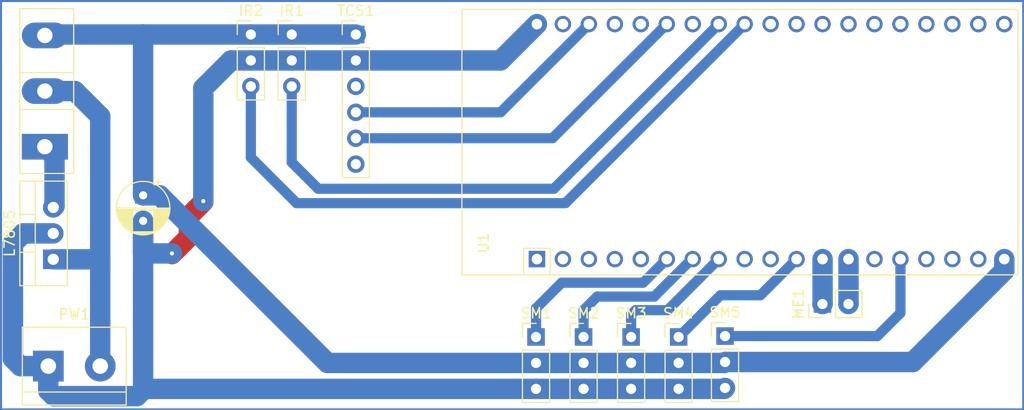
<source format=kicad_pcb>
(kicad_pcb (version 20221018) (generator pcbnew)
  (layers (0 "F.Cu" signal) (31 "B.Cu" signal) (34 "B.Paste" user) (35 "F.Paste" user) (36 "B.SilkS" user "B.Silkscreen") (37 "F.SilkS" user "F.Silkscreen") (38 "B.Mask" user) (39 "F.Mask" user) (44 "Edge.Cuts" user))
  (net 0 "")
  (net 1 "Net-(IR1-Pin_2)")
  (net 2 "Net-(IR1-Pin_3)")
  (net 3 "Net-(IR2-Pin_3)")
  (net 4 "Net-(L7805-OUT)")
  (net 5 "Net-(SM1-Pin_1)")
  (net 6 "Net-(SM2-Pin_1)")
  (net 7 "Net-(SM3-Pin_1)")
  (net 8 "Net-(SM4-Pin_1)")
  (net 9 "Net-(SM5-Pin_1)")
  (net 11 "Net-(TCS1-Pin_4)")
  (net 12 "Net-(TCS1-Pin_5)")
  (net 14 "Net-(IR1-Pin_1)")
  (net 15 "Net-(L7805-IN)")
  (net 16 "Net-(ME1-Pin_1)")
  (net 17 "Net-(ME1-Pin_2)")
  (footprint "TerminalBlock:TerminalBlock_bornier-2_P5.08mm" (layer "F.Cu") (at 158.335 114.94)
    (fp_text reference "PW1" (at 2.54 -5.08) (layer "F.SilkS"))
    (fp_text value "Screw_Terminal_01x02" hide)
    (fp_line (start -2.54 -3.81) (end -2.54 3.81) (stroke (width 0.12)) (layer "F.SilkS"))
    (fp_line (start -2.54 3.81) (end 7.62 3.81) (stroke (width 0.12)) (layer "F.SilkS"))
    (fp_line (start 7.62 -3.81) (end -2.54 -3.81) (stroke (width 0.12)) (layer "F.SilkS"))
    (fp_line (start 7.62 2.54) (end -2.54 2.54) (stroke (width 0.12)) (layer "F.SilkS"))
    (fp_line (start 7.62 3.81) (end 7.62 -3.81) (stroke (width 0.12)) (layer "F.SilkS"))
    (pad "1" thru_hole rect (at 0 0) (size 3 3) (drill 1.52) (layers "*.Cu" "*.Mask") (net 1 "Net-(IR1-Pin_2)"))
    (pad "2" thru_hole circle (at 5.08 0) (size 3 3) (drill 1.52) (layers "*.Cu" "*.Mask") (net 15 "Net-(L7805-IN)"))
  )
  (footprint "Module1:ESP32-DEVKITC-32D" (layer "F.Cu") (at 206.14 104.7005 90)
    (fp_text reference "U1" (at 1.820025 -5.234045 90) (layer "F.SilkS"))
    (fp_text value "ESP32-DEVKITC-32D")
    (fp_line (start -1.3 -7.34) (end 24.701 -7.34) (stroke (width 0.12)) (layer "F.SilkS"))
    (fp_line (start -1.3 -1.3) (end 1.3 -1.3) (stroke (width 0.12)) (layer "F.SilkS"))
    (fp_line (start -1.3 47.06) (end -1.3 -7.34) (stroke (width 0.12)) (layer "F.SilkS"))
    (fp_line (start 1.3 -1.3) (end 1.3 1.3) (stroke (width 0.12)) (layer "F.SilkS"))
    (fp_line (start 1.3 1.3) (end -1.3 1.3) (stroke (width 0.12)) (layer "F.SilkS"))
    (fp_line (start 24.701 -7.34) (end 24.701 47.06) (stroke (width 0.12)) (layer "F.SilkS"))
    (fp_line (start 24.701 47.06) (end -1.3 47.06) (stroke (width 0.12)) (layer "F.SilkS"))
    (pad "1" thru_hole rect (at 0.241 0 90) (size 1.6 1.6) (drill 1.04) (layers "*.Cu" "*.Mask"))
    (pad "2" thru_hole circle (at 0.241 2.54 90) (size 1.6 1.6) (drill 1.04) (layers "*.Cu" "*.Mask"))
    (pad "3" thru_hole circle (at 0.241 5.08 90) (size 1.6 1.6) (drill 1.04) (layers "*.Cu" "*.Mask"))
    (pad "4" thru_hole circle (at 0.241 7.62 90) (size 1.6 1.6) (drill 1.04) (layers "*.Cu" "*.Mask"))
    (pad "5" thru_hole circle (at 0.241 10.16 90) (size 1.6 1.6) (drill 1.04) (layers "*.Cu" "*.Mask"))
    (pad "6" thru_hole circle (at 0.241 12.7 90) (size 1.6 1.6) (drill 1.04) (layers "*.Cu" "*.Mask") (net 5 "Net-(SM1-Pin_1)"))
    (pad "7" thru_hole circle (at 0.241 15.24 90) (size 1.6 1.6) (drill 1.04) (layers "*.Cu" "*.Mask") (net 6 "Net-(SM2-Pin_1)"))
    (pad "8" thru_hole circle (at 0.241 17.78 90) (size 1.6 1.6) (drill 1.04) (layers "*.Cu" "*.Mask") (net 7 "Net-(SM3-Pin_1)"))
    (pad "9" thru_hole circle (at 0.241 20.32 90) (size 1.6 1.6) (drill 1.04) (layers "*.Cu" "*.Mask"))
    (pad "10" thru_hole circle (at 0.241 22.86 90) (size 1.6 1.6) (drill 1.04) (layers "*.Cu" "*.Mask"))
    (pad "11" thru_hole circle (at 0.241 25.4 90) (size 1.6 1.6) (drill 1.04) (layers "*.Cu" "*.Mask") (net 8 "Net-(SM4-Pin_1)"))
    (pad "12" thru_hole circle (at 0.241 27.94 90) (size 1.6 1.6) (drill 1.04) (layers "*.Cu" "*.Mask") (net 16 "Net-(ME1-Pin_1)"))
    (pad "13" thru_hole circle (at 0.241 30.48 90) (size 1.6 1.6) (drill 1.04) (layers "*.Cu" "*.Mask") (net 17 "Net-(ME1-Pin_2)"))
    (pad "14" thru_hole circle (at 0.241 33.02 90) (size 1.6 1.6) (drill 1.04) (layers "*.Cu" "*.Mask") (net 1 "Net-(IR1-Pin_2)"))
    (pad "15" thru_hole circle (at 0.241 35.56 90) (size 1.6 1.6) (drill 1.04) (layers "*.Cu" "*.Mask") (net 9 "Net-(SM5-Pin_1)"))
    (pad "16" thru_hole circle (at 0.241 38.1 90) (size 1.6 1.6) (drill 1.04) (layers "*.Cu" "*.Mask"))
    (pad "17" thru_hole circle (at 0.241 40.64 90) (size 1.6 1.6) (drill 1.04) (layers "*.Cu" "*.Mask"))
    (pad "18" thru_hole circle (at 0.241 43.18 90) (size 1.6 1.6) (drill 1.04) (layers "*.Cu" "*.Mask"))
    (pad "19" thru_hole circle (at 0.241 45.72 90) (size 1.6 1.6) (drill 1.04) (layers "*.Cu" "*.Mask") (net 14 "Net-(IR1-Pin_1)"))
    (pad "20" thru_hole circle (at 23.26 0 90) (size 1.6 1.6) (drill 1.04) (layers "*.Cu" "*.Mask") (net 1 "Net-(IR1-Pin_2)"))
    (pad "21" thru_hole circle (at 23.26 2.54 90) (size 1.6 1.6) (drill 1.04) (layers "*.Cu" "*.Mask"))
    (pad "22" thru_hole circle (at 23.26 5.08 90) (size 1.6 1.6) (drill 1.04) (layers "*.Cu" "*.Mask") (net 11 "Net-(TCS1-Pin_4)"))
    (pad "23" thru_hole circle (at 23.26 7.62 90) (size 1.6 1.6) (drill 1.04) (layers "*.Cu" "*.Mask"))
    (pad "24" thru_hole circle (at 23.26 10.16 90) (size 1.6 1.6) (drill 1.04) (layers "*.Cu" "*.Mask"))
    (pad "25" thru_hole circle (at 23.26 12.7 90) (size 1.6 1.6) (drill 1.04) (layers "*.Cu" "*.Mask") (net 12 "Net-(TCS1-Pin_5)"))
    (pad "26" thru_hole circle (at 23.26 15.24 90) (size 1.6 1.6) (drill 1.04) (layers "*.Cu" "*.Mask") (net 1 "Net-(IR1-Pin_2)"))
    (pad "27" thru_hole circle (at 23.26 17.78 90) (size 1.6 1.6) (drill 1.04) (layers "*.Cu" "*.Mask") (net 2 "Net-(IR1-Pin_3)"))
    (pad "28" thru_hole circle (at 23.26 20.32 90) (size 1.6 1.6) (drill 1.04) (layers "*.Cu" "*.Mask") (net 3 "Net-(IR2-Pin_3)"))
    (pad "29" thru_hole circle (at 23.26 22.86 90) (size 1.6 1.6) (drill 1.04) (layers "*.Cu" "*.Mask"))
    (pad "30" thru_hole circle (at 23.26 25.4 90) (size 1.6 1.6) (drill 1.04) (layers "*.Cu" "*.Mask"))
    (pad "31" thru_hole circle (at 23.26 27.94 90) (size 1.6 1.6) (drill 1.04) (layers "*.Cu" "*.Mask"))
    (pad "32" thru_hole circle (at 23.26 30.48 90) (size 1.6 1.6) (drill 1.04) (layers "*.Cu" "*.Mask"))
    (pad "33" thru_hole circle (at 23.26 33.02 90) (size 1.6 1.6) (drill 1.04) (layers "*.Cu" "*.Mask"))
    (pad "34" thru_hole circle (at 23.26 35.56 90) (size 1.6 1.6) (drill 1.04) (layers "*.Cu" "*.Mask"))
    (pad "35" thru_hole circle (at 23.26 38.1 90) (size 1.6 1.6) (drill 1.04) (layers "*.Cu" "*.Mask"))
    (pad "36" thru_hole circle (at 23.26 40.64 90) (size 1.6 1.6) (drill 1.04) (layers "*.Cu" "*.Mask"))
    (pad "37" thru_hole circle (at 23.26 43.18 90) (size 1.6 1.6) (drill 1.04) (layers "*.Cu" "*.Mask"))
    (pad "38" thru_hole circle (at 23.26 45.72 90) (size 1.6 1.6) (drill 1.04) (layers "*.Cu" "*.Mask"))
  )
  (footprint "Connector_PinHeader_2.54mm:PinHeader_1x03_P2.54mm_Vertical" (layer "F.Cu") (at 182.15 82.46)
    (fp_text reference "IR1" (at 0 -2.33) (layer "F.SilkS"))
    (fp_text value "Conn_01x03_Pin" hide)
    (fp_line (start -1.33 -1.33) (end 0 -1.33) (stroke (width 0.12)) (layer "F.SilkS"))
    (fp_line (start -1.33 0) (end -1.33 -1.33) (stroke (width 0.12)) (layer "F.SilkS"))
    (fp_line (start -1.33 1.27) (end -1.33 6.41) (stroke (width 0.12)) (layer "F.SilkS"))
    (fp_line (start -1.33 1.27) (end 1.33 1.27) (stroke (width 0.12)) (layer "F.SilkS"))
    (fp_line (start -1.33 6.41) (end 1.33 6.41) (stroke (width 0.12)) (layer "F.SilkS"))
    (fp_line (start 1.33 1.27) (end 1.33 6.41) (stroke (width 0.12)) (layer "F.SilkS"))
    (pad "1" thru_hole rect (at 0 0) (size 1.7 1.7) (drill 1) (layers "*.Cu" "*.Mask") (net 14 "Net-(IR1-Pin_1)"))
    (pad "2" thru_hole oval (at 0 2.54) (size 1.7 1.7) (drill 1) (layers "*.Cu" "*.Mask") (net 1 "Net-(IR1-Pin_2)"))
    (pad "3" thru_hole oval (at 0 5.08) (size 1.7 1.7) (drill 1) (layers "*.Cu" "*.Mask") (net 2 "Net-(IR1-Pin_3)"))
  )
  (footprint "Connector_PinHeader_2.54mm:PinHeader_1x06_P2.54mm_Vertical" (layer "F.Cu") (at 188.42 82.46)
    (fp_text reference "TCS1" (at 0 -2.33) (layer "F.SilkS"))
    (fp_text value "Conn_01x06_Pin" hide)
    (fp_line (start -1.33 -1.33) (end 0 -1.33) (stroke (width 0.12)) (layer "F.SilkS"))
    (fp_line (start -1.33 0) (end -1.33 -1.33) (stroke (width 0.12)) (layer "F.SilkS"))
    (fp_line (start -1.33 1.27) (end -1.33 14.03) (stroke (width 0.12)) (layer "F.SilkS"))
    (fp_line (start -1.33 1.27) (end 1.33 1.27) (stroke (width 0.12)) (layer "F.SilkS"))
    (fp_line (start -1.33 14.03) (end 1.33 14.03) (stroke (width 0.12)) (layer "F.SilkS"))
    (fp_line (start 1.33 1.27) (end 1.33 14.03) (stroke (width 0.12)) (layer "F.SilkS"))
    (pad "1" thru_hole rect (at 0 0) (size 1.7 1.7) (drill 1) (layers "*.Cu" "*.Mask") (net 14 "Net-(IR1-Pin_1)"))
    (pad "2" thru_hole oval (at 0 2.54) (size 1.7 1.7) (drill 1) (layers "*.Cu" "*.Mask") (net 1 "Net-(IR1-Pin_2)"))
    (pad "3" thru_hole oval (at 0 5.08) (size 1.7 1.7) (drill 1) (layers "*.Cu" "*.Mask"))
    (pad "4" thru_hole oval (at 0 7.62) (size 1.7 1.7) (drill 1) (layers "*.Cu" "*.Mask") (net 11 "Net-(TCS1-Pin_4)"))
    (pad "5" thru_hole oval (at 0 10.16) (size 1.7 1.7) (drill 1) (layers "*.Cu" "*.Mask") (net 12 "Net-(TCS1-Pin_5)"))
    (pad "6" thru_hole oval (at 0 12.7) (size 1.7 1.7) (drill 1) (layers "*.Cu" "*.Mask"))
  )
  (footprint "Connector_PinHeader_2.54mm:PinHeader_1x03_P2.54mm_Vertical" (layer "F.Cu") (at 178.15 82.46)
    (fp_text reference "IR2" (at 0 -2.33) (layer "F.SilkS"))
    (fp_text value "Conn_01x03_Pin" hide)
    (fp_line (start -1.33 -1.33) (end 0 -1.33) (stroke (width 0.12)) (layer "F.SilkS"))
    (fp_line (start -1.33 0) (end -1.33 -1.33) (stroke (width 0.12)) (layer "F.SilkS"))
    (fp_line (start -1.33 1.27) (end -1.33 6.41) (stroke (width 0.12)) (layer "F.SilkS"))
    (fp_line (start -1.33 1.27) (end 1.33 1.27) (stroke (width 0.12)) (layer "F.SilkS"))
    (fp_line (start -1.33 6.41) (end 1.33 6.41) (stroke (width 0.12)) (layer "F.SilkS"))
    (fp_line (start 1.33 1.27) (end 1.33 6.41) (stroke (width 0.12)) (layer "F.SilkS"))
    (pad "1" thru_hole rect (at 0 0) (size 1.7 1.7) (drill 1) (layers "*.Cu" "*.Mask") (net 14 "Net-(IR1-Pin_1)"))
    (pad "2" thru_hole oval (at 0 2.54) (size 1.7 1.7) (drill 1) (layers "*.Cu" "*.Mask") (net 1 "Net-(IR1-Pin_2)"))
    (pad "3" thru_hole oval (at 0 5.08) (size 1.7 1.7) (drill 1) (layers "*.Cu" "*.Mask") (net 3 "Net-(IR2-Pin_3)"))
  )
  (footprint "Connector_PinHeader_2.54mm:PinHeader_1x03_P2.54mm_Vertical" (layer "F.Cu") (at 210.7 112.09)
    (fp_text reference "SM2" (at 0 -2.33) (layer "F.SilkS"))
    (fp_text value "Conn_01x03_Pin" hide)
    (fp_line (start -1.33 -1.33) (end 0 -1.33) (stroke (width 0.12)) (layer "F.SilkS"))
    (fp_line (start -1.33 0) (end -1.33 -1.33) (stroke (width 0.12)) (layer "F.SilkS"))
    (fp_line (start -1.33 1.27) (end -1.33 6.41) (stroke (width 0.12)) (layer "F.SilkS"))
    (fp_line (start -1.33 1.27) (end 1.33 1.27) (stroke (width 0.12)) (layer "F.SilkS"))
    (fp_line (start -1.33 6.41) (end 1.33 6.41) (stroke (width 0.12)) (layer "F.SilkS"))
    (fp_line (start 1.33 1.27) (end 1.33 6.41) (stroke (width 0.12)) (layer "F.SilkS"))
    (pad "1" thru_hole rect (at 0 0) (size 1.7 1.7) (drill 1) (layers "*.Cu" "*.Mask") (net 6 "Net-(SM2-Pin_1)"))
    (pad "2" thru_hole oval (at 0 2.54) (size 1.7 1.7) (drill 1) (layers "*.Cu" "*.Mask") (net 14 "Net-(IR1-Pin_1)"))
    (pad "3" thru_hole oval (at 0 5.08) (size 1.7 1.7) (drill 1) (layers "*.Cu" "*.Mask") (net 1 "Net-(IR1-Pin_2)"))
  )
  (footprint "Capacitor_THT:CP_Radial_D5.0mm_P2.50mm" (layer "F.Cu") (at 167.61 98.214888 -90)
    (fp_text reference "C1" hide)
    (fp_text value "C_Polarized" hide)
    (fp_line (start -1.554775 -1.475) (end -1.054775 -1.475) (stroke (width 0.12)) (layer "F.SilkS"))
    (fp_line (start -1.304775 -1.725) (end -1.304775 -1.225) (stroke (width 0.12)) (layer "F.SilkS"))
    (fp_line (start 1.25 -2.58) (end 1.25 2.58) (stroke (width 0.12)) (layer "F.SilkS"))
    (fp_line (start 1.29 -2.58) (end 1.29 2.58) (stroke (width 0.12)) (layer "F.SilkS"))
    (fp_line (start 1.33 -2.579) (end 1.33 2.579) (stroke (width 0.12)) (layer "F.SilkS"))
    (fp_line (start 1.37 -2.578) (end 1.37 2.578) (stroke (width 0.12)) (layer "F.SilkS"))
    (fp_line (start 1.41 -2.576) (end 1.41 2.576) (stroke (width 0.12)) (layer "F.SilkS"))
    (fp_line (start 1.45 -2.573) (end 1.45 2.573) (stroke (width 0.12)) (layer "F.SilkS"))
    (fp_line (start 1.49 -2.569) (end 1.49 -1.04) (stroke (width 0.12)) (layer "F.SilkS"))
    (fp_line (start 1.49 1.04) (end 1.49 2.569) (stroke (width 0.12)) (layer "F.SilkS"))
    (fp_line (start 1.53 -2.565) (end 1.53 -1.04) (stroke (width 0.12)) (layer "F.SilkS"))
    (fp_line (start 1.53 1.04) (end 1.53 2.565) (stroke (width 0.12)) (layer "F.SilkS"))
    (fp_line (start 1.57 -2.561) (end 1.57 -1.04) (stroke (width 0.12)) (layer "F.SilkS"))
    (fp_line (start 1.57 1.04) (end 1.57 2.561) (stroke (width 0.12)) (layer "F.SilkS"))
    (fp_line (start 1.61 -2.556) (end 1.61 -1.04) (stroke (width 0.12)) (layer "F.SilkS"))
    (fp_line (start 1.61 1.04) (end 1.61 2.556) (stroke (width 0.12)) (layer "F.SilkS"))
    (fp_line (start 1.65 -2.55) (end 1.65 -1.04) (stroke (width 0.12)) (layer "F.SilkS"))
    (fp_line (start 1.65 1.04) (end 1.65 2.55) (stroke (width 0.12)) (layer "F.SilkS"))
    (fp_line (start 1.69 -2.543) (end 1.69 -1.04) (stroke (width 0.12)) (layer "F.SilkS"))
    (fp_line (start 1.69 1.04) (end 1.69 2.543) (stroke (width 0.12)) (layer "F.SilkS"))
    (fp_line (start 1.73 -2.536) (end 1.73 -1.04) (stroke (width 0.12)) (layer "F.SilkS"))
    (fp_line (start 1.73 1.04) (end 1.73 2.536) (stroke (width 0.12)) (layer "F.SilkS"))
    (fp_line (start 1.77 -2.528) (end 1.77 -1.04) (stroke (width 0.12)) (layer "F.SilkS"))
    (fp_line (start 1.77 1.04) (end 1.77 2.528) (stroke (width 0.12)) (layer "F.SilkS"))
    (fp_line (start 1.81 -2.52) (end 1.81 -1.04) (stroke (width 0.12)) (layer "F.SilkS"))
    (fp_line (start 1.81 1.04) (end 1.81 2.52) (stroke (width 0.12)) (layer "F.SilkS"))
    (fp_line (start 1.85 -2.511) (end 1.85 -1.04) (stroke (width 0.12)) (layer "F.SilkS"))
    (fp_line (start 1.85 1.04) (end 1.85 2.511) (stroke (width 0.12)) (layer "F.SilkS"))
    (fp_line (start 1.89 -2.501) (end 1.89 -1.04) (stroke (width 0.12)) (layer "F.SilkS"))
    (fp_line (start 1.89 1.04) (end 1.89 2.501) (stroke (width 0.12)) (layer "F.SilkS"))
    (fp_line (start 1.93 -2.491) (end 1.93 -1.04) (stroke (width 0.12)) (layer "F.SilkS"))
    (fp_line (start 1.93 1.04) (end 1.93 2.491) (stroke (width 0.12)) (layer "F.SilkS"))
    (fp_line (start 1.971 -2.48) (end 1.971 -1.04) (stroke (width 0.12)) (layer "F.SilkS"))
    (fp_line (start 1.971 1.04) (end 1.971 2.48) (stroke (width 0.12)) (layer "F.SilkS"))
    (fp_line (start 2.011 -2.468) (end 2.011 -1.04) (stroke (width 0.12)) (layer "F.SilkS"))
    (fp_line (start 2.011 1.04) (end 2.011 2.468) (stroke (width 0.12)) (layer "F.SilkS"))
    (fp_line (start 2.051 -2.455) (end 2.051 -1.04) (stroke (width 0.12)) (layer "F.SilkS"))
    (fp_line (start 2.051 1.04) (end 2.051 2.455) (stroke (width 0.12)) (layer "F.SilkS"))
    (fp_line (start 2.091 -2.442) (end 2.091 -1.04) (stroke (width 0.12)) (layer "F.SilkS"))
    (fp_line (start 2.091 1.04) (end 2.091 2.442) (stroke (width 0.12)) (layer "F.SilkS"))
    (fp_line (start 2.131 -2.428) (end 2.131 -1.04) (stroke (width 0.12)) (layer "F.SilkS"))
    (fp_line (start 2.131 1.04) (end 2.131 2.428) (stroke (width 0.12)) (layer "F.SilkS"))
    (fp_line (start 2.171 -2.414) (end 2.171 -1.04) (stroke (width 0.12)) (layer "F.SilkS"))
    (fp_line (start 2.171 1.04) (end 2.171 2.414) (stroke (width 0.12)) (layer "F.SilkS"))
    (fp_line (start 2.211 -2.398) (end 2.211 -1.04) (stroke (width 0.12)) (layer "F.SilkS"))
    (fp_line (start 2.211 1.04) (end 2.211 2.398) (stroke (width 0.12)) (layer "F.SilkS"))
    (fp_line (start 2.251 -2.382) (end 2.251 -1.04) (stroke (width 0.12)) (layer "F.SilkS"))
    (fp_line (start 2.251 1.04) (end 2.251 2.382) (stroke (width 0.12)) (layer "F.SilkS"))
    (fp_line (start 2.291 -2.365) (end 2.291 -1.04) (stroke (width 0.12)) (layer "F.SilkS"))
    (fp_line (start 2.291 1.04) (end 2.291 2.365) (stroke (width 0.12)) (layer "F.SilkS"))
    (fp_line (start 2.331 -2.348) (end 2.331 -1.04) (stroke (width 0.12)) (layer "F.SilkS"))
    (fp_line (start 2.331 1.04) (end 2.331 2.348) (stroke (width 0.12)) (layer "F.SilkS"))
    (fp_line (start 2.371 -2.329) (end 2.371 -1.04) (stroke (width 0.12)) (layer "F.SilkS"))
    (fp_line (start 2.371 1.04) (end 2.371 2.329) (stroke (width 0.12)) (layer "F.SilkS"))
    (fp_line (start 2.411 -2.31) (end 2.411 -1.04) (stroke (width 0.12)) (layer "F.SilkS"))
    (fp_line (start 2.411 1.04) (end 2.411 2.31) (stroke (width 0.12)) (layer "F.SilkS"))
    (fp_line (start 2.451 -2.29) (end 2.451 -1.04) (stroke (width 0.12)) (layer "F.SilkS"))
    (fp_line (start 2.451 1.04) (end 2.451 2.29) (stroke (width 0.12)) (layer "F.SilkS"))
    (fp_line (start 2.491 -2.268) (end 2.491 -1.04) (stroke (width 0.12)) (layer "F.SilkS"))
    (fp_line (start 2.491 1.04) (end 2.491 2.268) (stroke (width 0.12)) (layer "F.SilkS"))
    (fp_line (start 2.531 -2.247) (end 2.531 -1.04) (stroke (width 0.12)) (layer "F.SilkS"))
    (fp_line (start 2.531 1.04) (end 2.531 2.247) (stroke (width 0.12)) (layer "F.SilkS"))
    (fp_line (start 2.571 -2.224) (end 2.571 -1.04) (stroke (width 0.12)) (layer "F.SilkS"))
    (fp_line (start 2.571 1.04) (end 2.571 2.224) (stroke (width 0.12)) (layer "F.SilkS"))
    (fp_line (start 2.611 -2.2) (end 2.611 -1.04) (stroke (width 0.12)) (layer "F.SilkS"))
    (fp_line (start 2.611 1.04) (end 2.611 2.2) (stroke (width 0.12)) (layer "F.SilkS"))
    (fp_line (start 2.651 -2.175) (end 2.651 -1.04) (stroke (width 0.12)) (layer "F.SilkS"))
    (fp_line (start 2.651 1.04) (end 2.651 2.175) (stroke (width 0.12)) (layer "F.SilkS"))
    (fp_line (start 2.691 -2.149) (end 2.691 -1.04) (stroke (width 0.12)) (layer "F.SilkS"))
    (fp_line (start 2.691 1.04) (end 2.691 2.149) (stroke (width 0.12)) (layer "F.SilkS"))
    (fp_line (start 2.731 -2.122) (end 2.731 -1.04) (stroke (width 0.12)) (layer "F.SilkS"))
    (fp_line (start 2.731 1.04) (end 2.731 2.122) (stroke (width 0.12)) (layer "F.SilkS"))
    (fp_line (start 2.771 -2.095) (end 2.771 -1.04) (stroke (width 0.12)) (layer "F.SilkS"))
    (fp_line (start 2.771 1.04) (end 2.771 2.095) (stroke (width 0.12)) (layer "F.SilkS"))
    (fp_line (start 2.811 -2.065) (end 2.811 -1.04) (stroke (width 0.12)) (layer "F.SilkS"))
    (fp_line (start 2.811 1.04) (end 2.811 2.065) (stroke (width 0.12)) (layer "F.SilkS"))
    (fp_line (start 2.851 -2.035) (end 2.851 -1.04) (stroke (width 0.12)) (layer "F.SilkS"))
    (fp_line (start 2.851 1.04) (end 2.851 2.035) (stroke (width 0.12)) (layer "F.SilkS"))
    (fp_line (start 2.891 -2.004) (end 2.891 -1.04) (stroke (width 0.12)) (layer "F.SilkS"))
    (fp_line (start 2.891 1.04) (end 2.891 2.004) (stroke (width 0.12)) (layer "F.SilkS"))
    (fp_line (start 2.931 -1.971) (end 2.931 -1.04) (stroke (width 0.12)) (layer "F.SilkS"))
    (fp_line (start 2.931 1.04) (end 2.931 1.971) (stroke (width 0.12)) (layer "F.SilkS"))
    (fp_line (start 2.971 -1.937) (end 2.971 -1.04) (stroke (width 0.12)) (layer "F.SilkS"))
    (fp_line (start 2.971 1.04) (end 2.971 1.937) (stroke (width 0.12)) (layer "F.SilkS"))
    (fp_line (start 3.011 -1.901) (end 3.011 -1.04) (stroke (width 0.12)) (layer "F.SilkS"))
    (fp_line (start 3.011 1.04) (end 3.011 1.901) (stroke (width 0.12)) (layer "F.SilkS"))
    (fp_line (start 3.051 -1.864) (end 3.051 -1.04) (stroke (width 0.12)) (layer "F.SilkS"))
    (fp_line (start 3.051 1.04) (end 3.051 1.864) (stroke (width 0.12)) (layer "F.SilkS"))
    (fp_line (start 3.091 -1.826) (end 3.091 -1.04) (stroke (width 0.12)) (layer "F.SilkS"))
    (fp_line (start 3.091 1.04) (end 3.091 1.826) (stroke (width 0.12)) (layer "F.SilkS"))
    (fp_line (start 3.131 -1.785) (end 3.131 -1.04) (stroke (width 0.12)) (layer "F.SilkS"))
    (fp_line (start 3.131 1.04) (end 3.131 1.785) (stroke (width 0.12)) (layer "F.SilkS"))
    (fp_line (start 3.171 -1.743) (end 3.171 -1.04) (stroke (width 0.12)) (layer "F.SilkS"))
    (fp_line (start 3.171 1.04) (end 3.171 1.743) (stroke (width 0.12)) (layer "F.SilkS"))
    (fp_line (start 3.211 -1.699) (end 3.211 -1.04) (stroke (width 0.12)) (layer "F.SilkS"))
    (fp_line (start 3.211 1.04) (end 3.211 1.699) (stroke (width 0.12)) (layer "F.SilkS"))
    (fp_line (start 3.251 -1.653) (end 3.251 -1.04) (stroke (width 0.12)) (layer "F.SilkS"))
    (fp_line (start 3.251 1.04) (end 3.251 1.653) (stroke (width 0.12)) (layer "F.SilkS"))
    (fp_line (start 3.291 -1.605) (end 3.291 -1.04) (stroke (width 0.12)) (layer "F.SilkS"))
    (fp_line (start 3.291 1.04) (end 3.291 1.605) (stroke (width 0.12)) (layer "F.SilkS"))
    (fp_line (start 3.331 -1.554) (end 3.331 -1.04) (stroke (width 0.12)) (layer "F.SilkS"))
    (fp_line (start 3.331 1.04) (end 3.331 1.554) (stroke (width 0.12)) (layer "F.SilkS"))
    (fp_line (start 3.371 -1.5) (end 3.371 -1.04) (stroke (width 0.12)) (layer "F.SilkS"))
    (fp_line (start 3.371 1.04) (end 3.371 1.5) (stroke (width 0.12)) (layer "F.SilkS"))
    (fp_line (start 3.411 -1.443) (end 3.411 -1.04) (stroke (width 0.12)) (layer "F.SilkS"))
    (fp_line (start 3.411 1.04) (end 3.411 1.443) (stroke (width 0.12)) (layer "F.SilkS"))
    (fp_line (start 3.451 -1.383) (end 3.451 -1.04) (stroke (width 0.12)) (layer "F.SilkS"))
    (fp_line (start 3.451 1.04) (end 3.451 1.383) (stroke (width 0.12)) (layer "F.SilkS"))
    (fp_line (start 3.491 -1.319) (end 3.491 -1.04) (stroke (width 0.12)) (layer "F.SilkS"))
    (fp_line (start 3.491 1.04) (end 3.491 1.319) (stroke (width 0.12)) (layer "F.SilkS"))
    (fp_line (start 3.531 -1.251) (end 3.531 -1.04) (stroke (width 0.12)) (layer "F.SilkS"))
    (fp_line (start 3.531 1.04) (end 3.531 1.251) (stroke (width 0.12)) (layer "F.SilkS"))
    (fp_line (start 3.571 -1.178) (end 3.571 1.178) (stroke (width 0.12)) (layer "F.SilkS"))
    (fp_line (start 3.611 -1.098) (end 3.611 1.098) (stroke (width 0.12)) (layer "F.SilkS"))
    (fp_line (start 3.651 -1.011) (end 3.651 1.011) (stroke (width 0.12)) (layer "F.SilkS"))
    (fp_line (start 3.691 -0.915) (end 3.691 0.915) (stroke (width 0.12)) (layer "F.SilkS"))
    (fp_line (start 3.731 -0.805) (end 3.731 0.805) (stroke (width 0.12)) (layer "F.SilkS"))
    (fp_line (start 3.771 -0.677) (end 3.771 0.677) (stroke (width 0.12)) (layer "F.SilkS"))
    (fp_line (start 3.811 -0.518) (end 3.811 0.518) (stroke (width 0.12)) (layer "F.SilkS"))
    (fp_line (start 3.851 -0.284) (end 3.851 0.284) (stroke (width 0.12)) (layer "F.SilkS"))
    (fp_circle (center 1.25 0) (end 3.87 0) (stroke (width 0.12)) (fill none) (layer "F.SilkS"))
    (pad "1" thru_hole rect (at 0 0 270) (size 1.6 1.6) (drill 0.8) (layers "*.Cu" "*.Mask") (net 14 "Net-(IR1-Pin_1)"))
    (pad "2" thru_hole circle (at 2.5 0 270) (size 1.6 1.6) (drill 0.8) (layers "*.Cu" "*.Mask") (net 1 "Net-(IR1-Pin_2)"))
  )
  (footprint "Connector_PinHeader_2.54mm:PinHeader_1x03_P2.54mm_Vertical" (layer "F.Cu") (at 215.35 112.09)
    (fp_text reference "SM3" (at 0 -2.33) (layer "F.SilkS"))
    (fp_text value "Conn_01x03_Pin" hide)
    (fp_line (start -1.33 -1.33) (end 0 -1.33) (stroke (width 0.12)) (layer "F.SilkS"))
    (fp_line (start -1.33 0) (end -1.33 -1.33) (stroke (width 0.12)) (layer "F.SilkS"))
    (fp_line (start -1.33 1.27) (end -1.33 6.41) (stroke (width 0.12)) (layer "F.SilkS"))
    (fp_line (start -1.33 1.27) (end 1.33 1.27) (stroke (width 0.12)) (layer "F.SilkS"))
    (fp_line (start -1.33 6.41) (end 1.33 6.41) (stroke (width 0.12)) (layer "F.SilkS"))
    (fp_line (start 1.33 1.27) (end 1.33 6.41) (stroke (width 0.12)) (layer "F.SilkS"))
    (pad "1" thru_hole rect (at 0 0) (size 1.7 1.7) (drill 1) (layers "*.Cu" "*.Mask") (net 7 "Net-(SM3-Pin_1)"))
    (pad "2" thru_hole oval (at 0 2.54) (size 1.7 1.7) (drill 1) (layers "*.Cu" "*.Mask") (net 14 "Net-(IR1-Pin_1)"))
    (pad "3" thru_hole oval (at 0 5.08) (size 1.7 1.7) (drill 1) (layers "*.Cu" "*.Mask") (net 1 "Net-(IR1-Pin_2)"))
  )
  (footprint "Connector_PinHeader_2.54mm:PinHeader_1x03_P2.54mm_Vertical" (layer "F.Cu") (at 206.05 112.09)
    (fp_text reference "SM1" (at 0 -2.33) (layer "F.SilkS"))
    (fp_text value "Conn_01x03_Pin" hide)
    (fp_line (start -1.33 -1.33) (end 0 -1.33) (stroke (width 0.12)) (layer "F.SilkS"))
    (fp_line (start -1.33 0) (end -1.33 -1.33) (stroke (width 0.12)) (layer "F.SilkS"))
    (fp_line (start -1.33 1.27) (end -1.33 6.41) (stroke (width 0.12)) (layer "F.SilkS"))
    (fp_line (start -1.33 1.27) (end 1.33 1.27) (stroke (width 0.12)) (layer "F.SilkS"))
    (fp_line (start -1.33 6.41) (end 1.33 6.41) (stroke (width 0.12)) (layer "F.SilkS"))
    (fp_line (start 1.33 1.27) (end 1.33 6.41) (stroke (width 0.12)) (layer "F.SilkS"))
    (pad "1" thru_hole rect (at 0 0) (size 1.7 1.7) (drill 1) (layers "*.Cu" "*.Mask") (net 5 "Net-(SM1-Pin_1)"))
    (pad "2" thru_hole oval (at 0 2.54) (size 1.7 1.7) (drill 1) (layers "*.Cu" "*.Mask") (net 14 "Net-(IR1-Pin_1)"))
    (pad "3" thru_hole oval (at 0 5.08) (size 1.7 1.7) (drill 1) (layers "*.Cu" "*.Mask") (net 1 "Net-(IR1-Pin_2)"))
  )
  (footprint "Package_TO_SOT_THT:TO-247-3_Vertical" (layer "F.Cu") (at 158 93.45 90)
    (fp_text reference "TIP3055" hide)
    (fp_text value "TIP3055G" hide)
    (fp_line (start -2.62 -2.451) (end -2.62 2.82) (stroke (width 0.12)) (layer "F.SilkS"))
    (fp_line (start -2.62 -2.451) (end 13.52 -2.451) (stroke (width 0.12)) (layer "F.SilkS"))
    (fp_line (start -2.62 2.82) (end 13.52 2.82) (stroke (width 0.12)) (layer "F.SilkS"))
    (fp_line (start 3.646 -2.451) (end 3.646 2.82) (stroke (width 0.12)) (layer "F.SilkS"))
    (fp_line (start 7.255 -2.451) (end 7.255 2.82) (stroke (width 0.12)) (layer "F.SilkS"))
    (fp_line (start 13.52 -2.451) (end 13.52 2.82) (stroke (width 0.12)) (layer "F.SilkS"))
    (pad "1" thru_hole rect (at 0 0 90) (size 2.5 4.5) (drill 1.5) (layers "*.Cu" "*.Mask") (net 4 "Net-(L7805-OUT)"))
    (pad "2" thru_hole oval (at 5.45 0 90) (size 2.5 4.5) (drill 1.5) (layers "*.Cu" "*.Mask") (net 15 "Net-(L7805-IN)"))
    (pad "3" thru_hole oval (at 10.9 0 90) (size 2.5 4.5) (drill 1.5) (layers "*.Cu" "*.Mask") (net 14 "Net-(IR1-Pin_1)"))
  )
  (footprint "Connector_PinHeader_2.54mm:PinHeader_1x03_P2.54mm_Vertical" (layer "F.Cu") (at 224.54 112)
    (fp_text reference "SM5" (at 0 -2.33) (layer "F.SilkS"))
    (fp_text value "Conn_01x03_Pin" hide)
    (fp_line (start -1.33 -1.33) (end 0 -1.33) (stroke (width 0.12)) (layer "F.SilkS"))
    (fp_line (start -1.33 0) (end -1.33 -1.33) (stroke (width 0.12)) (layer "F.SilkS"))
    (fp_line (start -1.33 1.27) (end -1.33 6.41) (stroke (width 0.12)) (layer "F.SilkS"))
    (fp_line (start -1.33 1.27) (end 1.33 1.27) (stroke (width 0.12)) (layer "F.SilkS"))
    (fp_line (start -1.33 6.41) (end 1.33 6.41) (stroke (width 0.12)) (layer "F.SilkS"))
    (fp_line (start 1.33 1.27) (end 1.33 6.41) (stroke (width 0.12)) (layer "F.SilkS"))
    (pad "1" thru_hole rect (at 0 0) (size 1.7 1.7) (drill 1) (layers "*.Cu" "*.Mask") (net 9 "Net-(SM5-Pin_1)"))
    (pad "2" thru_hole oval (at 0 2.54) (size 1.7 1.7) (drill 1) (layers "*.Cu" "*.Mask") (net 14 "Net-(IR1-Pin_1)"))
    (pad "3" thru_hole oval (at 0 5.08) (size 1.7 1.7) (drill 1) (layers "*.Cu" "*.Mask") (net 1 "Net-(IR1-Pin_2)"))
  )
  (footprint "Package_TO_SOT_THT:TO-220-3_Vertical" (layer "F.Cu") (at 158.82 104.48 90)
    (fp_text reference "L7805" (at 2.54 -4.27 90) (layer "F.SilkS"))
    (fp_text value "L7805" hide)
    (fp_line (start -2.58 -3.27) (end -2.58 1.371) (stroke (width 0.12)) (layer "F.SilkS"))
    (fp_line (start -2.58 -3.27) (end 7.66 -3.27) (stroke (width 0.12)) (layer "F.SilkS"))
    (fp_line (start -2.58 -1.76) (end 7.66 -1.76) (stroke (width 0.12)) (layer "F.SilkS"))
    (fp_line (start -2.58 1.371) (end 7.66 1.371) (stroke (width 0.12)) (layer "F.SilkS"))
    (fp_line (start 0.69 -3.27) (end 0.69 -1.76) (stroke (width 0.12)) (layer "F.SilkS"))
    (fp_line (start 4.391 -3.27) (end 4.391 -1.76) (stroke (width 0.12)) (layer "F.SilkS"))
    (fp_line (start 7.66 -3.27) (end 7.66 1.371) (stroke (width 0.12)) (layer "F.SilkS"))
    (pad "1" thru_hole rect (at 0 0 90) (size 1.905 2) (drill 1.1) (layers "*.Cu" "*.Mask") (net 15 "Net-(L7805-IN)"))
    (pad "2" thru_hole oval (at 2.54 0 90) (size 1.905 2) (drill 1.1) (layers "*.Cu" "*.Mask") (net 1 "Net-(IR1-Pin_2)"))
    (pad "3" thru_hole oval (at 5.08 0 90) (size 1.905 2) (drill 1.1) (layers "*.Cu" "*.Mask") (net 4 "Net-(L7805-OUT)"))
  )
  (footprint "Connector_PinHeader_2.54mm:PinHeader_1x02_P2.54mm_Vertical" (layer "F.Cu") (at 234.07 108.86 90)
    (fp_text reference "ME1" (at 0 -2.33 90) (layer "F.SilkS"))
    (fp_text value "Conn_01x02_Pin" hide)
    (fp_line (start -1.33 -1.33) (end 0 -1.33) (stroke (width 0.12)) (layer "F.SilkS"))
    (fp_line (start -1.33 0) (end -1.33 -1.33) (stroke (width 0.12)) (layer "F.SilkS"))
    (fp_line (start -1.33 1.27) (end -1.33 3.87) (stroke (width 0.12)) (layer "F.SilkS"))
    (fp_line (start -1.33 1.27) (end 1.33 1.27) (stroke (width 0.12)) (layer "F.SilkS"))
    (fp_line (start -1.33 3.87) (end 1.33 3.87) (stroke (width 0.12)) (layer "F.SilkS"))
    (fp_line (start 1.33 1.27) (end 1.33 3.87) (stroke (width 0.12)) (layer "F.SilkS"))
    (pad "1" thru_hole rect (at 0 0 90) (size 1.7 1.7) (drill 1) (layers "*.Cu" "*.Mask") (net 16 "Net-(ME1-Pin_1)"))
    (pad "2" thru_hole oval (at 0 2.54 90) (size 1.7 1.7) (drill 1) (layers "*.Cu" "*.Mask") (net 17 "Net-(ME1-Pin_2)"))
  )
  (footprint "Connector_PinHeader_2.54mm:PinHeader_1x03_P2.54mm_Vertical" (layer "F.Cu") (at 220 112.09)
    (fp_text reference "SM4" (at 0 -2.33) (layer "F.SilkS"))
    (fp_text value "Conn_01x03_Pin" hide)
    (fp_line (start -1.33 -1.33) (end 0 -1.33) (stroke (width 0.12)) (layer "F.SilkS"))
    (fp_line (start -1.33 0) (end -1.33 -1.33) (stroke (width 0.12)) (layer "F.SilkS"))
    (fp_line (start -1.33 1.27) (end -1.33 6.41) (stroke (width 0.12)) (layer "F.SilkS"))
    (fp_line (start -1.33 1.27) (end 1.33 1.27) (stroke (width 0.12)) (layer "F.SilkS"))
    (fp_line (start -1.33 6.41) (end 1.33 6.41) (stroke (width 0.12)) (layer "F.SilkS"))
    (fp_line (start 1.33 1.27) (end 1.33 6.41) (stroke (width 0.12)) (layer "F.SilkS"))
    (pad "1" thru_hole rect (at 0 0) (size 1.7 1.7) (drill 1) (layers "*.Cu" "*.Mask") (net 8 "Net-(SM4-Pin_1)"))
    (pad "2" thru_hole oval (at 0 2.54) (size 1.7 1.7) (drill 1) (layers "*.Cu" "*.Mask") (net 14 "Net-(IR1-Pin_1)"))
    (pad "3" thru_hole oval (at 0 5.08) (size 1.7 1.7) (drill 1) (layers "*.Cu" "*.Mask") (net 1 "Net-(IR1-Pin_2)"))
  )
  (gr_line (start 253.71 119.18) (end 253.71 79.18) (stroke (width 0.2)) (layer "B.Cu"))
  (gr_line (start 153.71 119.18) (end 153.71 79.18) (stroke (width 0.2)) (layer "B.Cu"))
  (gr_line (start 153.71 119.18) (end 253.71 119.18) (stroke (width 0.2)) (layer "B.Cu"))
  (gr_line (start 153.71 79.18) (end 253.71 79.18) (stroke (width 0.2)) (layer "B.Cu"))
  (segment (start 172.09 102.31) (end 172.09 100.26) (width 2) (layer "F.Cu") (net 1))
  (segment (start 170.43 103.97) (end 172.09 102.31) (width 2) (layer "F.Cu") (net 1))
  (segment (start 172.09 100.26) (end 173.5 98.85) (width 2) (layer "F.Cu") (net 1))
  (via (at 173.5 98.78) (size 0.8) (drill 0.4) (layers "F.Cu" "B.Cu") (net 1))
  (via (at 170.43 103.9) (size 0.8) (drill 0.4) (layers "F.Cu" "B.Cu") (net 1))
  (segment (start 178.15 85) (end 182.15 85) (width 2) (layer "B.Cu") (net 1))
  (segment (start 155.605 114.94) (end 154.875 114.21) (width 2) (layer "B.Cu") (net 1))
  (segment (start 173.5 98.78) (end 173.5 87.71) (width 2) (layer "B.Cu") (net 1))
  (segment (start 167 117.88) (end 158.88 117.88) (width 2) (layer "B.Cu") (net 1))
  (segment (start 176.21 85) (end 173.5 87.71) (width 2) (layer "B.Cu") (net 1))
  (segment (start 202.5805 85) (end 206.14 81.4405) (width 2) (layer "B.Cu") (net 1))
  (segment (start 167.73 103.9) (end 167.61 103.78) (width 2) (layer "B.Cu") (net 1))
  (segment (start 158.335 117.335) (end 158.335 114.94) (width 2) (layer "B.Cu") (net 1))
  (segment (start 206.05 117.17) (end 167.71 117.17) (width 2) (layer "B.Cu") (net 1))
  (segment (start 206.05 117.17) (end 210.7 117.17) (width 2) (layer "B.Cu") (net 1))
  (segment (start 170.43 103.9) (end 167.73 103.9) (width 2) (layer "B.Cu") (net 1))
  (segment (start 188.42 85) (end 202.5805 85) (width 2) (layer "B.Cu") (net 1))
  (segment (start 167.61 103.78) (end 167.61 100.714888) (width 2) (layer "B.Cu") (net 1))
  (segment (start 167.71 117.17) (end 167 117.88) (width 2) (layer "B.Cu") (net 1))
  (segment (start 215.35 117.17) (end 220 117.17) (width 2) (layer "B.Cu") (net 1))
  (segment (start 155.875 101.94) (end 158.82 101.94) (width 2) (layer "B.Cu") (net 1))
  (segment (start 178.15 85) (end 176.21 85) (width 2) (layer "B.Cu") (net 1))
  (segment (start 210.7 117.17) (end 215.35 117.17) (width 2) (layer "B.Cu") (net 1))
  (segment (start 158.335 114.94) (end 155.605 114.94) (width 2) (layer "B.Cu") (net 1))
  (segment (start 224.45 117.17) (end 224.54 117.08) (width 2) (layer "B.Cu") (net 1))
  (segment (start 188.42 85) (end 182.15 85) (width 2) (layer "B.Cu") (net 1))
  (segment (start 154.875 114.21) (end 154.875 102.94) (width 2) (layer "B.Cu") (net 1))
  (segment (start 158.88 117.88) (end 158.335 117.335) (width 2) (layer "B.Cu") (net 1))
  (segment (start 167.61 100.714888) (end 167.61 117.07) (width 2) (layer "B.Cu") (net 1))
  (segment (start 154.875 102.94) (end 155.875 101.94) (width 2) (layer "B.Cu") (net 1))
  (segment (start 220 117.17) (end 224.45 117.17) (width 2) (layer "B.Cu") (net 1))
  (segment (start 167.61 117.07) (end 167.71 117.17) (width 2) (layer "B.Cu") (net 1))
  (segment (start 182.15 87.54) (end 182.15 94.98) (width 1) (layer "B.Cu") (net 2))
  (segment (start 184.74 97.57) (end 207.7905 97.57) (width 1) (layer "B.Cu") (net 2))
  (segment (start 207.7905 97.57) (end 223.92 81.4405) (width 1) (layer "B.Cu") (net 2))
  (segment (start 182.15 94.98) (end 184.74 97.57) (width 1) (layer "B.Cu") (net 2))
  (segment (start 178.15 87.54) (end 178.15 94.5) (width 1) (layer "B.Cu") (net 3))
  (segment (start 182.63 98.98) (end 208.9205 98.98) (width 1) (layer "B.Cu") (net 3))
  (segment (start 178.15 94.5) (end 182.63 98.98) (width 1) (layer "B.Cu") (net 3))
  (segment (start 208.9205 98.98) (end 226.46 81.4405) (width 1) (layer "B.Cu") (net 3))
  (segment (start 158 93.45) (end 158.94 94.39) (width 2) (layer "B.Cu") (net 4))
  (segment (start 158.94 94.39) (end 158.94 99.28) (width 2) (layer "B.Cu") (net 4))
  (segment (start 158.94 99.28) (end 158.82 99.4) (width 2) (layer "B.Cu") (net 4))
  (segment (start 216.5295 106.77) (end 208.56 106.77) (width 1) (layer "B.Cu") (net 5))
  (segment (start 218.84 104.4595) (end 216.5295 106.77) (width 1) (layer "B.Cu") (net 5))
  (segment (start 208.56 106.77) (end 206.05 109.28) (width 1) (layer "B.Cu") (net 5))
  (segment (start 206.05 109.28) (end 206.05 112.09) (width 1) (layer "B.Cu") (net 5))
  (segment (start 221.283444 104.4595) (end 217.612944 108.13) (width 1) (layer "B.Cu") (net 6))
  (segment (start 212.0295 108.13) (end 210.7 109.4595) (width 1) (layer "B.Cu") (net 6))
  (segment (start 210.7 109.4595) (end 210.7 112.09) (width 1) (layer "B.Cu") (net 6))
  (segment (start 217.612944 108.13) (end 212.0295 108.13) (width 1) (layer "B.Cu") (net 6))
  (segment (start 221.38 104.4595) (end 221.283444 104.4595) (width 1) (layer "B.Cu") (net 6))
  (segment (start 215.78 109.46) (end 215.35 109.89) (width 1) (layer "B.Cu") (net 7))
  (segment (start 215.35 109.89) (end 215.35 112.09) (width 1) (layer "B.Cu") (net 7))
  (segment (start 218.9195 109.46) (end 215.78 109.46) (width 1) (layer "B.Cu") (net 7))
  (segment (start 223.92 104.4595) (end 218.9195 109.46) (width 1) (layer "B.Cu") (net 7))
  (segment (start 231.54 104.4595) (end 227.9995 108) (width 1) (layer "B.Cu") (net 8))
  (segment (start 227.9995 108) (end 224.09 108) (width 1) (layer "B.Cu") (net 8))
  (segment (start 224.09 108) (end 220 112.09) (width 1) (layer "B.Cu") (net 8))
  (segment (start 224.54 112) (end 239.437082 112) (width 1) (layer "B.Cu") (net 9))
  (segment (start 239.437082 112) (end 241.7 109.737082) (width 1) (layer "B.Cu") (net 9))
  (segment (start 241.7 109.737082) (end 241.7 104.4595) (width 1) (layer "B.Cu") (net 9))
  (segment (start 188.42 90.08) (end 202.5805 90.08) (width 1) (layer "B.Cu") (net 11))
  (segment (start 202.5805 90.08) (end 211.22 81.4405) (width 1) (layer "B.Cu") (net 11))
  (segment (start 207.6605 92.62) (end 218.84 81.4405) (width 1) (layer "B.Cu") (net 12))
  (segment (start 188.42 92.62) (end 207.6605 92.62) (width 1) (layer "B.Cu") (net 12))
  (segment (start 210.7 114.63) (end 215.35 114.63) (width 2) (layer "B.Cu") (net 14))
  (segment (start 206.05 114.63) (end 210.7 114.63) (width 2) (layer "B.Cu") (net 14))
  (segment (start 206.05 114.63) (end 185.64 114.63) (width 2) (layer "B.Cu") (net 14))
  (segment (start 158.09 82.46) (end 158 82.55) (width 2) (layer "B.Cu") (net 14))
  (segment (start 182.15 82.46) (end 178.15 82.46) (width 2) (layer "B.Cu") (net 14))
  (segment (start 220 114.63) (end 224.45 114.63) (width 2) (layer "B.Cu") (net 14))
  (segment (start 178.15 82.46) (end 167.61 82.46) (width 2) (layer "B.Cu") (net 14))
  (segment (start 167.61 98.214888) (end 167.61 82.46) (width 2) (layer "B.Cu") (net 14))
  (segment (start 224.45 114.63) (end 224.54 114.54) (width 2) (layer "B.Cu") (net 14))
  (segment (start 215.35 114.63) (end 220 114.63) (width 2) (layer "B.Cu") (net 14))
  (segment (start 251.86 105.59087) (end 251.86 104.4595) (width 2) (layer "B.Cu") (net 14))
  (segment (start 224.54 114.54) (end 242.91087 114.54) (width 2) (layer "B.Cu") (net 14))
  (segment (start 188.42 82.46) (end 182.15 82.46) (width 2) (layer "B.Cu") (net 14))
  (segment (start 167.61 82.46) (end 158.09 82.46) (width 2) (layer "B.Cu") (net 14))
  (segment (start 185.64 114.63) (end 169.224888 98.214888) (width 2) (layer "B.Cu") (net 14))
  (segment (start 169.224888 98.214888) (end 167.61 98.214888) (width 2) (layer "B.Cu") (net 14))
  (segment (start 242.91087 114.54) (end 251.86 105.59087) (width 2) (layer "B.Cu") (net 14))
  (segment (start 163.415 114.94) (end 163.415 104.94) (width 2) (layer "B.Cu") (net 15))
  (segment (start 160.935 88) (end 158 88) (width 2) (layer "B.Cu") (net 15))
  (segment (start 162.955 104.48) (end 163.415 104.94) (width 2) (layer "B.Cu") (net 15))
  (segment (start 158.82 104.48) (end 162.955 104.48) (width 2) (layer "B.Cu") (net 15))
  (segment (start 163.415 104.94) (end 163.415 90.48) (width 2) (layer "B.Cu") (net 15))
  (segment (start 163.415 90.48) (end 160.935 88) (width 2) (layer "B.Cu") (net 15))
  (segment (start 234.08 108.85) (end 234.07 108.86) (width 2) (layer "B.Cu") (net 16))
  (segment (start 234.08 104.4595) (end 234.08 108.85) (width 2) (layer "B.Cu") (net 16))
  (segment (start 236.62 108.85) (end 236.61 108.86) (width 2) (layer "B.Cu") (net 17))
  (segment (start 236.62 104.4595) (end 236.62 108.85) (width 2) (layer "B.Cu") (net 17))
)
</source>
